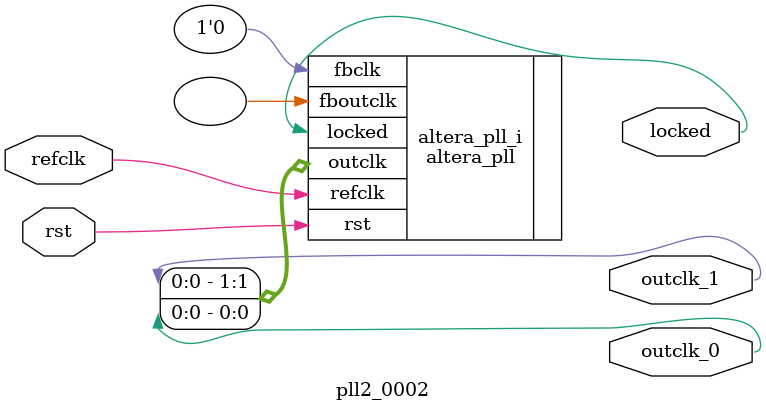
<source format=v>
`timescale 1ns/10ps
module  pll2_0002(

	// interface 'refclk'
	input wire refclk,

	// interface 'reset'
	input wire rst,

	// interface 'outclk0'
	output wire outclk_0,

	// interface 'outclk1'
	output wire outclk_1,

	// interface 'locked'
	output wire locked
);

	altera_pll #(
		.fractional_vco_multiplier("false"),
		.reference_clock_frequency("50.0 MHz"),
		.operation_mode("direct"),
		.number_of_clocks(2),
		.output_clock_frequency0("2.000000 MHz"),
		.phase_shift0("0 ps"),
		.duty_cycle0(50),
		.output_clock_frequency1("2.000000 MHz"),
		.phase_shift1("-125000 ps"),
		.duty_cycle1(50),
		.output_clock_frequency2("0 MHz"),
		.phase_shift2("0 ps"),
		.duty_cycle2(50),
		.output_clock_frequency3("0 MHz"),
		.phase_shift3("0 ps"),
		.duty_cycle3(50),
		.output_clock_frequency4("0 MHz"),
		.phase_shift4("0 ps"),
		.duty_cycle4(50),
		.output_clock_frequency5("0 MHz"),
		.phase_shift5("0 ps"),
		.duty_cycle5(50),
		.output_clock_frequency6("0 MHz"),
		.phase_shift6("0 ps"),
		.duty_cycle6(50),
		.output_clock_frequency7("0 MHz"),
		.phase_shift7("0 ps"),
		.duty_cycle7(50),
		.output_clock_frequency8("0 MHz"),
		.phase_shift8("0 ps"),
		.duty_cycle8(50),
		.output_clock_frequency9("0 MHz"),
		.phase_shift9("0 ps"),
		.duty_cycle9(50),
		.output_clock_frequency10("0 MHz"),
		.phase_shift10("0 ps"),
		.duty_cycle10(50),
		.output_clock_frequency11("0 MHz"),
		.phase_shift11("0 ps"),
		.duty_cycle11(50),
		.output_clock_frequency12("0 MHz"),
		.phase_shift12("0 ps"),
		.duty_cycle12(50),
		.output_clock_frequency13("0 MHz"),
		.phase_shift13("0 ps"),
		.duty_cycle13(50),
		.output_clock_frequency14("0 MHz"),
		.phase_shift14("0 ps"),
		.duty_cycle14(50),
		.output_clock_frequency15("0 MHz"),
		.phase_shift15("0 ps"),
		.duty_cycle15(50),
		.output_clock_frequency16("0 MHz"),
		.phase_shift16("0 ps"),
		.duty_cycle16(50),
		.output_clock_frequency17("0 MHz"),
		.phase_shift17("0 ps"),
		.duty_cycle17(50),
		.pll_type("General"),
		.pll_subtype("General")
	) altera_pll_i (
		.rst	(rst),
		.outclk	({outclk_1, outclk_0}),
		.locked	(locked),
		.fboutclk	( ),
		.fbclk	(1'b0),
		.refclk	(refclk)
	);
endmodule


</source>
